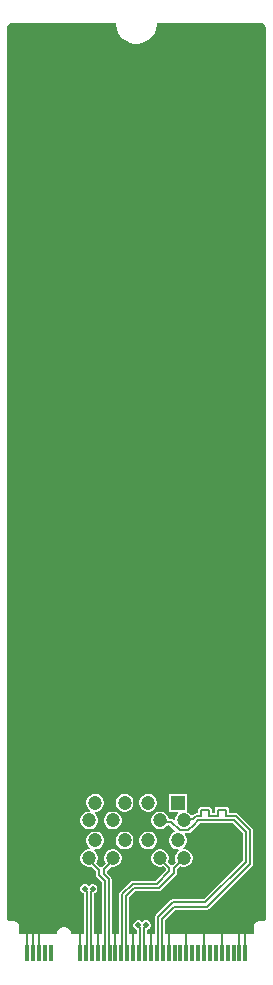
<source format=gtl>
G04*
G04 #@! TF.GenerationSoftware,Altium Limited,Altium Designer,24.5.2 (23)*
G04*
G04 Layer_Physical_Order=1*
G04 Layer_Color=255*
%FSLAX44Y44*%
%MOMM*%
G71*
G04*
G04 #@! TF.SameCoordinates,01BA7047-8EBF-4B0B-9F07-F392ECF8FA2C*
G04*
G04*
G04 #@! TF.FilePolarity,Positive*
G04*
G01*
G75*
%ADD11C,0.2000*%
%ADD13R,0.3500X1.4500*%
%ADD19C,3.4500*%
%ADD20C,1.2000*%
%ADD21R,1.2000X1.2000*%
%ADD22C,0.5000*%
G36*
X215001Y799999D02*
X215001Y799999D01*
X215001Y799999D01*
X215001D01*
X216172Y799926D01*
X217832Y799238D01*
X219239Y797832D01*
X220000Y795995D01*
X220000Y795000D01*
X220000Y41999D01*
Y41601D01*
X219695Y40867D01*
X219133Y40304D01*
X218398Y40000D01*
X214501D01*
X214500Y40000D01*
X213525Y39904D01*
X211722Y39158D01*
X210343Y37779D01*
X209596Y35977D01*
X209499Y35001D01*
Y28999D01*
X134049D01*
Y40445D01*
X143056Y49451D01*
X169700D01*
X170675Y49645D01*
X171502Y50198D01*
X207802Y86498D01*
X208355Y87325D01*
X208549Y88300D01*
Y117000D01*
X208355Y117976D01*
X207802Y118802D01*
X195802Y130802D01*
X194975Y131355D01*
X194000Y131549D01*
X188336D01*
Y134130D01*
X188141Y135105D01*
X187589Y135932D01*
X186762Y136485D01*
X185787Y136679D01*
X178707D01*
X177731Y136485D01*
X176904Y135932D01*
X176352Y135105D01*
X176158Y134130D01*
Y131549D01*
X174176D01*
Y133741D01*
X173981Y134716D01*
X173429Y135543D01*
X172602Y136096D01*
X171627Y136290D01*
X164547D01*
X163571Y136096D01*
X162744Y135543D01*
X162192Y134716D01*
X161998Y133741D01*
Y131549D01*
X161050D01*
X160075Y131355D01*
X159248Y130802D01*
X157681Y129236D01*
X156094Y129445D01*
X156002Y129605D01*
X154605Y131002D01*
X153430Y131680D01*
X152817Y132220D01*
X152500Y133165D01*
X152500Y133410D01*
Y147500D01*
X137500D01*
Y132500D01*
X145450D01*
X145791Y131230D01*
X145395Y131002D01*
X143998Y129605D01*
X143011Y127895D01*
X142500Y125987D01*
Y125743D01*
X141327Y125257D01*
X140802Y125782D01*
X139976Y126334D01*
X139000Y126528D01*
X137355D01*
X136989Y127895D01*
X136002Y129605D01*
X134605Y131002D01*
X132895Y131989D01*
X130987Y132500D01*
X129013D01*
X127105Y131989D01*
X125395Y131002D01*
X123998Y129605D01*
X123011Y127895D01*
X122500Y125987D01*
Y124013D01*
X123011Y122105D01*
X123998Y120395D01*
X125395Y118998D01*
X127105Y118011D01*
X129013Y117500D01*
X130987D01*
X132895Y118011D01*
X134605Y118998D01*
X136002Y120395D01*
X136599Y121430D01*
X137944D01*
X143006Y116369D01*
X142677Y115142D01*
X142105Y114989D01*
X140395Y114002D01*
X138998Y112605D01*
X138011Y110895D01*
X137500Y108987D01*
Y107013D01*
X138011Y105105D01*
X138998Y103395D01*
X140395Y101999D01*
X142105Y101011D01*
X144013Y100500D01*
X145450D01*
X145791Y99230D01*
X145395Y99002D01*
X143998Y97605D01*
X143011Y95895D01*
X142500Y93987D01*
Y92013D01*
X143011Y90105D01*
X143190Y89795D01*
X140876Y87481D01*
X140000Y86927D01*
X139124Y87481D01*
X136810Y89795D01*
X136989Y90105D01*
X137500Y92013D01*
Y93987D01*
X136989Y95895D01*
X136002Y97605D01*
X134605Y99002D01*
X132895Y99989D01*
X130987Y100500D01*
X129013D01*
X127105Y99989D01*
X125395Y99002D01*
X123998Y97605D01*
X123011Y95895D01*
X122500Y93987D01*
Y92013D01*
X123011Y90105D01*
X123998Y88395D01*
X125395Y86999D01*
X127105Y86011D01*
X129013Y85500D01*
X130987D01*
X132895Y86011D01*
X133205Y86190D01*
X135451Y83944D01*
Y82963D01*
X126287Y73799D01*
X106800D01*
X105825Y73605D01*
X104998Y73052D01*
X96198Y64253D01*
X95646Y63426D01*
X95451Y62450D01*
Y28999D01*
X89050D01*
Y75199D01*
X88855Y76175D01*
X88303Y77002D01*
X84799Y80506D01*
Y82444D01*
X88099Y85745D01*
X89013Y85500D01*
X90987D01*
X92895Y86011D01*
X94605Y86999D01*
X96002Y88395D01*
X96989Y90105D01*
X97500Y92013D01*
Y93987D01*
X96989Y95895D01*
X96002Y97605D01*
X94605Y99002D01*
X92895Y99989D01*
X90987Y100500D01*
X89013D01*
X87105Y99989D01*
X85395Y99002D01*
X83998Y97605D01*
X83011Y95895D01*
X82500Y93987D01*
Y92013D01*
X83011Y90105D01*
X83831Y88686D01*
X80898Y85753D01*
X79482Y85590D01*
X79173Y85681D01*
X76169Y88686D01*
X76989Y90105D01*
X77500Y92013D01*
Y93987D01*
X76989Y95895D01*
X76002Y97605D01*
X74605Y99002D01*
X74209Y99230D01*
X74550Y100500D01*
X75987D01*
X77895Y101011D01*
X79605Y101999D01*
X81002Y103395D01*
X81989Y105105D01*
X82500Y107013D01*
Y108987D01*
X81989Y110895D01*
X81002Y112605D01*
X79605Y114002D01*
X77895Y114989D01*
X75987Y115500D01*
X74013D01*
X72105Y114989D01*
X70395Y114002D01*
X68998Y112605D01*
X68011Y110895D01*
X67500Y108987D01*
Y107013D01*
X68011Y105105D01*
X68998Y103395D01*
X70395Y101999D01*
X70791Y101770D01*
X70450Y100500D01*
X69013D01*
X67105Y99989D01*
X65395Y99002D01*
X63998Y97605D01*
X63011Y95895D01*
X62500Y93987D01*
Y92013D01*
X63011Y90105D01*
X63998Y88395D01*
X65395Y86999D01*
X67105Y86011D01*
X69013Y85500D01*
X70987D01*
X71901Y85745D01*
X75701Y81944D01*
Y78500D01*
X75895Y77524D01*
X76448Y76698D01*
X80451Y72694D01*
Y28999D01*
X74050D01*
Y63355D01*
X75266Y63859D01*
X76392Y64984D01*
X77000Y66454D01*
Y68046D01*
X76392Y69516D01*
X75266Y70641D01*
X73796Y71250D01*
X72205D01*
X70735Y70641D01*
X69750Y69657D01*
X68766Y70641D01*
X67296Y71250D01*
X65705D01*
X64235Y70641D01*
X63109Y69516D01*
X62501Y68046D01*
Y66454D01*
X63109Y64984D01*
X64235Y63859D01*
X65452Y63355D01*
Y28999D01*
X54750D01*
X54749Y28999D01*
X54634Y30170D01*
X53739Y32333D01*
X52084Y33989D01*
X49921Y34886D01*
X48750Y35001D01*
X48750Y35001D01*
X47579Y34885D01*
X45416Y33989D01*
X43761Y32333D01*
X42866Y30170D01*
X42751Y28999D01*
X10500Y28999D01*
Y35001D01*
X10500D01*
X10500Y35001D01*
X10500Y35002D01*
X10404Y35977D01*
X10326Y36165D01*
X9657Y37779D01*
X8277Y39158D01*
X6475Y39904D01*
X5499Y40000D01*
X1601Y40000D01*
X867Y40304D01*
X304Y40867D01*
X0Y41601D01*
Y41999D01*
Y795000D01*
X-0Y795995D01*
X761Y797832D01*
X2167Y799238D01*
X4004Y799999D01*
X4999Y799999D01*
X92500Y800000D01*
X92584Y798285D01*
X93254Y794920D01*
X94566Y791750D01*
X96472Y788898D01*
X98898Y786472D01*
X101750Y784566D01*
X104920Y783254D01*
X108285Y782584D01*
X111715D01*
X115080Y783254D01*
X118249Y784566D01*
X121102Y786472D01*
X123528Y788898D01*
X125434Y791750D01*
X126746Y794920D01*
X127416Y798285D01*
X127500Y800000D01*
X215001Y799999D01*
D02*
G37*
G36*
X199951Y114494D02*
Y90806D01*
X167194Y58049D01*
X140550D01*
X139575Y57855D01*
X138748Y57302D01*
X126198Y44752D01*
X125646Y43926D01*
X125451Y42950D01*
Y28999D01*
X119049D01*
Y32355D01*
X120266Y32859D01*
X121391Y33984D01*
X122000Y35454D01*
Y37046D01*
X121391Y38516D01*
X120266Y39641D01*
X118796Y40250D01*
X117205D01*
X115735Y39641D01*
X114750Y38657D01*
X113766Y39641D01*
X112296Y40250D01*
X110705D01*
X109235Y39641D01*
X108109Y38516D01*
X107500Y37046D01*
Y35454D01*
X108109Y33984D01*
X109235Y32859D01*
X110451Y32355D01*
Y28999D01*
X104049D01*
Y59945D01*
X109306Y65201D01*
X128793D01*
X129768Y65395D01*
X130595Y65948D01*
X141899Y77251D01*
X142652Y77755D01*
X143802Y78905D01*
X144355Y79732D01*
X144549Y80707D01*
Y83944D01*
X146795Y86190D01*
X147105Y86011D01*
X149013Y85500D01*
X150987D01*
X152895Y86011D01*
X154605Y86999D01*
X156002Y88395D01*
X156989Y90105D01*
X157500Y92013D01*
Y93987D01*
X156989Y95895D01*
X156002Y97605D01*
X154605Y99002D01*
X152895Y99989D01*
X150987Y100500D01*
X149550D01*
X149209Y101770D01*
X149605Y101999D01*
X151002Y103395D01*
X151989Y105105D01*
X152500Y107013D01*
Y108987D01*
X151989Y110895D01*
X151002Y112605D01*
X150829Y112778D01*
X151315Y113951D01*
X153521D01*
X154496Y114145D01*
X155323Y114698D01*
X160302Y119677D01*
X160344Y119740D01*
X163556Y122951D01*
X191495D01*
X199951Y114494D01*
D02*
G37*
%LPC*%
G36*
X120987Y147500D02*
X119013D01*
X117105Y146989D01*
X115395Y146002D01*
X113998Y144605D01*
X113011Y142895D01*
X112500Y140987D01*
Y139013D01*
X113011Y137105D01*
X113998Y135395D01*
X115395Y133998D01*
X117105Y133011D01*
X119013Y132500D01*
X120987D01*
X122895Y133011D01*
X124605Y133998D01*
X126002Y135395D01*
X126989Y137105D01*
X127500Y139013D01*
Y140987D01*
X126989Y142895D01*
X126002Y144605D01*
X124605Y146002D01*
X122895Y146989D01*
X120987Y147500D01*
D02*
G37*
G36*
X100987D02*
X99013D01*
X97105Y146989D01*
X95395Y146002D01*
X93998Y144605D01*
X93011Y142895D01*
X92500Y140987D01*
Y139013D01*
X93011Y137105D01*
X93998Y135395D01*
X95395Y133998D01*
X97105Y133011D01*
X99013Y132500D01*
X100987D01*
X102895Y133011D01*
X104605Y133998D01*
X106002Y135395D01*
X106989Y137105D01*
X107500Y139013D01*
Y140987D01*
X106989Y142895D01*
X106002Y144605D01*
X104605Y146002D01*
X102895Y146989D01*
X100987Y147500D01*
D02*
G37*
G36*
X90987Y132500D02*
X89013D01*
X87105Y131989D01*
X85395Y131002D01*
X83998Y129605D01*
X83011Y127895D01*
X82500Y125987D01*
Y124013D01*
X83011Y122105D01*
X83998Y120395D01*
X85395Y118998D01*
X87105Y118011D01*
X89013Y117500D01*
X90987D01*
X92895Y118011D01*
X94605Y118998D01*
X96002Y120395D01*
X96989Y122105D01*
X97500Y124013D01*
Y125987D01*
X96989Y127895D01*
X96002Y129605D01*
X94605Y131002D01*
X92895Y131989D01*
X90987Y132500D01*
D02*
G37*
G36*
X75987Y147500D02*
X74013D01*
X72105Y146989D01*
X70395Y146002D01*
X68998Y144605D01*
X68011Y142895D01*
X67500Y140987D01*
Y139013D01*
X68011Y137105D01*
X68998Y135395D01*
X70395Y133998D01*
X70791Y133770D01*
X70450Y132500D01*
X69013D01*
X67105Y131989D01*
X65395Y131002D01*
X63998Y129605D01*
X63011Y127895D01*
X62500Y125987D01*
Y124013D01*
X63011Y122105D01*
X63998Y120395D01*
X65395Y118998D01*
X67105Y118011D01*
X69013Y117500D01*
X70987D01*
X72895Y118011D01*
X74605Y118998D01*
X76002Y120395D01*
X76989Y122105D01*
X77500Y124013D01*
Y125987D01*
X76989Y127895D01*
X76002Y129605D01*
X74605Y131002D01*
X74209Y131230D01*
X74550Y132500D01*
X75987D01*
X77895Y133011D01*
X79605Y133998D01*
X81002Y135395D01*
X81989Y137105D01*
X82500Y139013D01*
Y140987D01*
X81989Y142895D01*
X81002Y144605D01*
X79605Y146002D01*
X77895Y146989D01*
X75987Y147500D01*
D02*
G37*
G36*
X120987Y115500D02*
X119013D01*
X117105Y114989D01*
X115395Y114002D01*
X113998Y112605D01*
X113011Y110895D01*
X112500Y108987D01*
Y107013D01*
X113011Y105105D01*
X113998Y103395D01*
X115395Y101999D01*
X117105Y101011D01*
X119013Y100500D01*
X120987D01*
X122895Y101011D01*
X124605Y101999D01*
X126002Y103395D01*
X126989Y105105D01*
X127500Y107013D01*
Y108987D01*
X126989Y110895D01*
X126002Y112605D01*
X124605Y114002D01*
X122895Y114989D01*
X120987Y115500D01*
D02*
G37*
G36*
X100987D02*
X99013D01*
X97105Y114989D01*
X95395Y114002D01*
X93998Y112605D01*
X93011Y110895D01*
X92500Y108987D01*
Y107013D01*
X93011Y105105D01*
X93998Y103395D01*
X95395Y101999D01*
X97105Y101011D01*
X99013Y100500D01*
X100987D01*
X102895Y101011D01*
X104605Y101999D01*
X106002Y103395D01*
X106989Y105105D01*
X107500Y107013D01*
Y108987D01*
X106989Y110895D01*
X106002Y112605D01*
X104605Y114002D01*
X102895Y114989D01*
X100987Y115500D01*
D02*
G37*
%LPD*%
D11*
X86501Y20171D02*
Y75199D01*
X168250Y55500D02*
X202500Y89750D01*
X98000Y21036D02*
Y62450D01*
X83000Y20171D02*
Y73749D01*
X71501Y21036D02*
Y64938D01*
X68000Y21036D02*
Y64938D01*
X66501Y66438D02*
X68000Y64938D01*
X66501Y66438D02*
Y67250D01*
X160821Y128771D02*
X161050Y129000D01*
X164547D01*
Y133741D01*
X171627D01*
Y129000D02*
Y133741D01*
Y129000D02*
X178707D01*
Y134130D01*
X185787D01*
Y129000D02*
Y134130D01*
Y129000D02*
X193867D01*
X194000D01*
X162500Y125500D02*
X188750D01*
X202500Y89750D02*
Y115550D01*
X192550Y125500D02*
X202500Y115550D01*
X188750Y125500D02*
X192550D01*
X194000Y129000D02*
X206000Y117000D01*
Y88300D02*
Y117000D01*
X157828Y125778D02*
X160821Y128771D01*
X169700Y52000D02*
X206000Y88300D01*
X140550Y55500D02*
X168250D01*
X128000Y42950D02*
X140550Y55500D01*
X128000Y21036D02*
Y42950D01*
X128000Y21035D02*
X128000Y21036D01*
X128000Y13498D02*
Y21035D01*
X127251Y12750D02*
X128000Y13498D01*
X142000Y52000D02*
X169700D01*
X131500Y41500D02*
X142000Y52000D01*
X131500Y21036D02*
Y41500D01*
Y21036D02*
X131501Y21035D01*
Y13498D02*
Y21035D01*
X86501Y13500D02*
Y20171D01*
Y13500D02*
X87251Y12750D01*
X86501Y20171D02*
X86501Y20171D01*
X83000Y13500D02*
Y20171D01*
X78250Y78500D02*
X83000Y73749D01*
X82250Y79450D02*
Y83500D01*
Y79450D02*
X86501Y75199D01*
X83000Y20171D02*
X83000Y20171D01*
X82250Y12750D02*
X83000Y13500D01*
X101501Y21036D02*
Y61000D01*
X108250Y67750D02*
X128793D01*
X106800Y71250D02*
X127343D01*
X98000Y62450D02*
X106800Y71250D01*
X101501Y61000D02*
X108250Y67750D01*
X101501Y13498D02*
Y21035D01*
X97251Y12750D02*
X98000Y13498D01*
Y21035D02*
X98000Y21036D01*
X98000Y13498D02*
Y21035D01*
X101501Y21036D02*
X101501Y21035D01*
Y13498D02*
X102250Y12750D01*
X142000Y80707D02*
Y85000D01*
X127343Y71250D02*
X138000Y81907D01*
X128793Y67750D02*
X140600Y79557D01*
X140850D01*
X142000Y80707D01*
X130000Y93000D02*
X138000Y85000D01*
X130000Y93000D02*
X130000D01*
X138000Y81907D02*
Y85000D01*
X142000D02*
X150000Y93000D01*
X146479Y116500D02*
X153521D01*
X158500Y121479D01*
Y121500D02*
X162500Y125500D01*
X158500Y121479D02*
Y121500D01*
X151450Y125778D02*
X157828D01*
X151114Y126114D02*
X151450Y125778D01*
X150000Y125000D02*
X151114Y126114D01*
X131021Y123979D02*
X139000D01*
X130000Y125000D02*
X131021Y123979D01*
X139000D02*
X146479Y116500D01*
X71501Y64938D02*
X73000Y66438D01*
X71501Y13498D02*
X72250Y12750D01*
X71501Y21036D02*
X71501Y21035D01*
Y13498D02*
Y21035D01*
X67251Y12750D02*
X68000Y13498D01*
Y21035D02*
X68000Y21036D01*
X68000Y13498D02*
Y21035D01*
X73000Y66438D02*
Y67250D01*
X116500Y20171D02*
Y33938D01*
X113000Y20171D02*
Y33938D01*
X111500Y35438D02*
Y36250D01*
X116501Y13500D02*
X117251Y12750D01*
X116500Y33938D02*
X118000Y35438D01*
X116501Y13500D02*
Y20171D01*
X116500Y20171D02*
X116501Y20171D01*
X112250Y12750D02*
X113000Y13500D01*
X118000Y35438D02*
Y36250D01*
X113000Y13500D02*
Y20171D01*
X113000Y20171D01*
X111500Y35438D02*
X113000Y33938D01*
X122250Y12750D02*
Y32500D01*
X107251Y12750D02*
Y31162D01*
X131501Y13498D02*
X132250Y12750D01*
X77251D02*
Y29999D01*
X62250Y12750D02*
Y32500D01*
X70000Y91250D02*
X78250Y83000D01*
X70000Y91250D02*
Y93000D01*
X82250Y83500D02*
X90000Y91250D01*
Y93000D01*
X137251Y12750D02*
Y32749D01*
X78250Y78500D02*
Y83000D01*
X92250Y12750D02*
Y32750D01*
X202250Y12750D02*
Y30000D01*
X197251Y12750D02*
Y31249D01*
X182250Y12750D02*
Y31000D01*
X167251Y12750D02*
Y31499D01*
X152250Y12750D02*
Y33000D01*
X27251Y12750D02*
Y32751D01*
X22250Y12750D02*
Y31000D01*
X17251Y12750D02*
Y32001D01*
D13*
Y12750D02*
D03*
X22250D02*
D03*
X27251D02*
D03*
X32250D02*
D03*
X37251D02*
D03*
X62250D02*
D03*
X67251D02*
D03*
X72250D02*
D03*
X77251D02*
D03*
X82250D02*
D03*
X87251D02*
D03*
X92250D02*
D03*
X97251D02*
D03*
X102250D02*
D03*
X107251D02*
D03*
X112250D02*
D03*
X117251D02*
D03*
X122250D02*
D03*
X127251D02*
D03*
X132250D02*
D03*
X137251D02*
D03*
X142250D02*
D03*
X147251D02*
D03*
X152250D02*
D03*
X157251D02*
D03*
X162250D02*
D03*
X167251D02*
D03*
X172250D02*
D03*
X177251D02*
D03*
X182250D02*
D03*
X187251D02*
D03*
X192250D02*
D03*
X197251D02*
D03*
X202250D02*
D03*
D19*
X44300Y103200D02*
D03*
X175700D02*
D03*
X44300Y160000D02*
D03*
X175700D02*
D03*
D20*
X150000Y93000D02*
D03*
X130000D02*
D03*
X110000D02*
D03*
X90000D02*
D03*
X70000D02*
D03*
X75000Y108000D02*
D03*
X100000D02*
D03*
X120000D02*
D03*
X145000D02*
D03*
X150000Y125000D02*
D03*
X130000D02*
D03*
X110000D02*
D03*
X90000D02*
D03*
X70000D02*
D03*
X75000Y140000D02*
D03*
X100000D02*
D03*
X120000D02*
D03*
D21*
X145000D02*
D03*
D22*
X201250Y735000D02*
D03*
X171250Y770000D02*
D03*
X140833Y735000D02*
D03*
X92499Y782499D02*
D03*
X127501Y782499D02*
D03*
X110000Y775250D02*
D03*
X97750Y155750D02*
D03*
X210500Y78500D02*
D03*
X164500Y69750D02*
D03*
X123750Y80750D02*
D03*
X98500Y83500D02*
D03*
X93250Y67000D02*
D03*
X77250Y44750D02*
D03*
X50000Y770000D02*
D03*
X80417Y735000D02*
D03*
X20000D02*
D03*
X50000Y695000D02*
D03*
Y620000D02*
D03*
X140833Y585000D02*
D03*
X80417D02*
D03*
X50000Y545000D02*
D03*
X110417D02*
D03*
X170833D02*
D03*
X140833Y510000D02*
D03*
X80417D02*
D03*
X20000D02*
D03*
X50000Y470000D02*
D03*
X110417D02*
D03*
X170833D02*
D03*
X140833Y435000D02*
D03*
X80417D02*
D03*
X20000D02*
D03*
X50000Y395000D02*
D03*
X110417D02*
D03*
X170833D02*
D03*
X140833Y360000D02*
D03*
X80417D02*
D03*
X20000D02*
D03*
Y285000D02*
D03*
X80417D02*
D03*
X201250D02*
D03*
X140833D02*
D03*
X170833Y320000D02*
D03*
X50000D02*
D03*
Y245000D02*
D03*
X110417D02*
D03*
X170833D02*
D03*
X140833Y210000D02*
D03*
X201250D02*
D03*
X80417D02*
D03*
X20000D02*
D03*
X94000Y171000D02*
D03*
X78250Y180250D02*
D03*
X19750Y160500D02*
D03*
Y132750D02*
D03*
X77500Y62500D02*
D03*
X57000Y67750D02*
D03*
X192750Y59500D02*
D03*
X205250Y45500D02*
D03*
X211000Y61750D02*
D03*
X189250Y40750D02*
D03*
X174250D02*
D03*
X156000Y41250D02*
D03*
X141000D02*
D03*
X149500Y69750D02*
D03*
X118250Y60000D02*
D03*
X133250D02*
D03*
X40750Y52500D02*
D03*
X19250Y74500D02*
D03*
X7500Y53000D02*
D03*
X22000Y36500D02*
D03*
X122250Y45000D02*
D03*
X107250D02*
D03*
X73000Y67250D02*
D03*
X66501D02*
D03*
X118000Y36250D02*
D03*
X111500D02*
D03*
M02*

</source>
